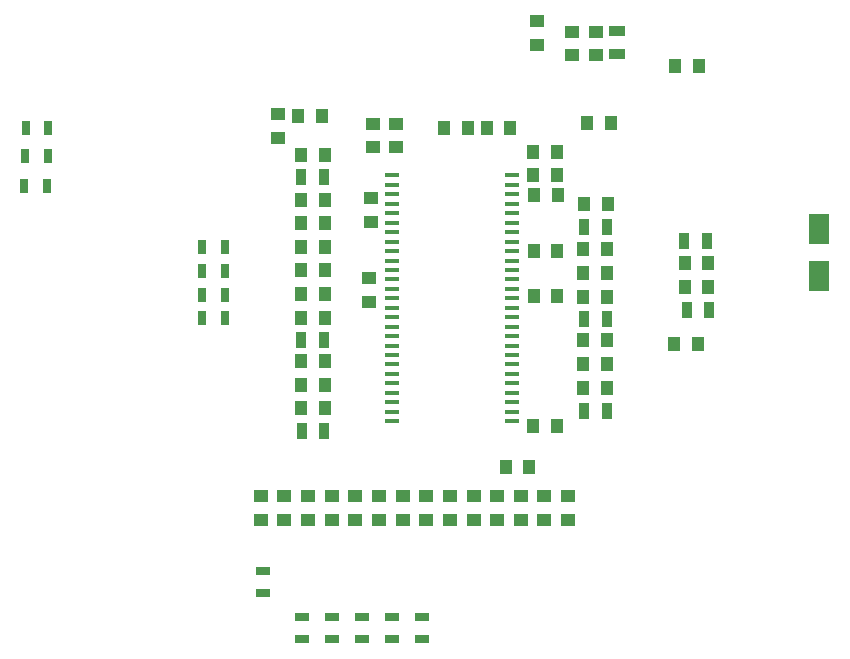
<source format=gbp>
%TF.GenerationSoftware,KiCad,Pcbnew,0.201506262353+5832~23~ubuntu14.04.1-product*%
%TF.CreationDate,2015-07-01T01:08:02-03:00*%
%TF.JobID,BoardRZA1,426F617264525A41312E6B696361645F,rev?*%
%TF.FileFunction,Paste,Bot*%
%FSLAX46Y46*%
G04 Gerber Fmt 4.6, Leading zero omitted, Abs format (unit mm)*
G04 Created by KiCad (PCBNEW 0.201506262353+5832~23~ubuntu14.04.1-product) date mié 01 jul 2015 01:08:02 ART*
%MOMM*%
G01*
G04 APERTURE LIST*
%ADD10C,0.100000*%
%ADD11R,1.800860X2.499360*%
%ADD12R,0.889000X1.397000*%
%ADD13R,1.397000X0.889000*%
%ADD14R,1.150620X0.457200*%
%ADD15R,1.000000X1.250000*%
%ADD16R,1.250000X1.000000*%
%ADD17R,1.300000X0.700000*%
%ADD18R,0.700000X1.300000*%
G04 APERTURE END LIST*
D10*
D11*
X109090460Y-53441600D03*
X109090460Y-49443640D03*
D12*
X67177500Y-45075000D03*
X65272500Y-45075000D03*
X67227500Y-66550000D03*
X65322500Y-66550000D03*
X89247500Y-64850000D03*
X91152500Y-64850000D03*
X89247500Y-57050000D03*
X91152500Y-57050000D03*
D13*
X92025000Y-32722500D03*
X92025000Y-34627500D03*
D12*
X65272500Y-58850000D03*
X67177500Y-58850000D03*
X89247500Y-49275000D03*
X91152500Y-49275000D03*
X99602500Y-50475000D03*
X97697500Y-50475000D03*
X99827500Y-56325000D03*
X97922500Y-56325000D03*
D14*
X83081000Y-44941500D03*
X83081000Y-45741600D03*
X83081000Y-46541700D03*
X83081000Y-47341800D03*
X83081000Y-48141900D03*
X83081000Y-48942000D03*
X83081000Y-49742100D03*
X83081000Y-50542200D03*
X83081000Y-51342300D03*
X83081000Y-52142400D03*
X83081000Y-52942500D03*
X83081000Y-53742600D03*
X83081000Y-54542700D03*
X83081000Y-55342800D03*
X83081000Y-56142900D03*
X83081000Y-56943000D03*
X83081000Y-57743100D03*
X83081000Y-58543200D03*
X83081000Y-59343300D03*
X83081000Y-60143400D03*
X83081000Y-60943500D03*
X83081000Y-61743600D03*
X83081000Y-62543700D03*
X83081000Y-63343800D03*
X83081000Y-64143900D03*
X83081000Y-64944000D03*
X83081000Y-65744100D03*
X72921000Y-65744100D03*
X72921000Y-64944000D03*
X72921000Y-64143900D03*
X72921000Y-63343800D03*
X72921000Y-62543700D03*
X72921000Y-61743600D03*
X72921000Y-60943500D03*
X72921000Y-60143400D03*
X72921000Y-59343300D03*
X72921000Y-58543200D03*
X72921000Y-57743100D03*
X72921000Y-56943000D03*
X72921000Y-56142900D03*
X72921000Y-55342800D03*
X72921000Y-54542700D03*
X72921000Y-53742600D03*
X72921000Y-52942500D03*
X72921000Y-52142400D03*
X72921000Y-51342300D03*
X72921000Y-50542200D03*
X72921000Y-49742100D03*
X72921000Y-48942000D03*
X72921000Y-48141900D03*
X72921000Y-47341800D03*
X72921000Y-46541700D03*
X72921000Y-45741600D03*
X72921000Y-44941500D03*
D15*
X91150000Y-58900000D03*
X89150000Y-58900000D03*
X91125000Y-55200000D03*
X89125000Y-55200000D03*
X65275000Y-62650000D03*
X67275000Y-62650000D03*
X91150000Y-62900000D03*
X89150000Y-62900000D03*
X65275000Y-43225000D03*
X67275000Y-43225000D03*
X65275000Y-48975000D03*
X67275000Y-48975000D03*
X65275000Y-52972500D03*
X67275000Y-52972500D03*
X65275000Y-60650000D03*
X67275000Y-60650000D03*
D16*
X67850000Y-72100000D03*
X67850000Y-74100000D03*
X75850000Y-72100000D03*
X75850000Y-74100000D03*
X79850000Y-72100000D03*
X79850000Y-74100000D03*
X85850000Y-72100000D03*
X85850000Y-74100000D03*
D15*
X91200000Y-47375000D03*
X89200000Y-47375000D03*
X91475000Y-40475000D03*
X89475000Y-40475000D03*
D16*
X85250000Y-33900000D03*
X85250000Y-31900000D03*
D15*
X77370000Y-40920000D03*
X79370000Y-40920000D03*
X65275000Y-50975000D03*
X67275000Y-50975000D03*
D16*
X73325000Y-40550000D03*
X73325000Y-42550000D03*
D15*
X67000000Y-39900000D03*
X65000000Y-39900000D03*
D16*
X81850000Y-72100000D03*
X81850000Y-74100000D03*
X77850000Y-72100000D03*
X77850000Y-74100000D03*
X65850000Y-72100000D03*
X65850000Y-74100000D03*
X88200000Y-34750000D03*
X88200000Y-32750000D03*
D15*
X80970000Y-40920000D03*
X82970000Y-40920000D03*
D16*
X71325000Y-40550000D03*
X71325000Y-42550000D03*
X73850000Y-72100000D03*
X73850000Y-74100000D03*
X69850000Y-72100000D03*
X69850000Y-74100000D03*
D15*
X65275000Y-56975000D03*
X67275000Y-56975000D03*
X91125000Y-51200000D03*
X89125000Y-51200000D03*
X97725000Y-52350000D03*
X99725000Y-52350000D03*
X96850000Y-59175000D03*
X98850000Y-59175000D03*
X97725000Y-54350000D03*
X99725000Y-54350000D03*
X67275000Y-64650000D03*
X65275000Y-64650000D03*
X98900000Y-35700000D03*
X96900000Y-35700000D03*
X84938500Y-51355000D03*
X86938500Y-51355000D03*
X84990000Y-46590000D03*
X86990000Y-46590000D03*
D16*
X71200000Y-48875000D03*
X71200000Y-46875000D03*
D15*
X84925000Y-44925000D03*
X86925000Y-44925000D03*
X84900000Y-66125000D03*
X86900000Y-66125000D03*
D16*
X71025000Y-53625000D03*
X71025000Y-55625000D03*
D15*
X84950000Y-55125000D03*
X86950000Y-55125000D03*
X91125000Y-53200000D03*
X89125000Y-53200000D03*
X91150000Y-60900000D03*
X89150000Y-60900000D03*
X65275000Y-46975000D03*
X67275000Y-46975000D03*
D16*
X90200000Y-34750000D03*
X90200000Y-32750000D03*
X63847000Y-72100000D03*
X63847000Y-74100000D03*
D15*
X84925000Y-42925000D03*
X86925000Y-42925000D03*
D16*
X87850000Y-72100000D03*
X87850000Y-74100000D03*
X61844000Y-72100000D03*
X61844000Y-74100000D03*
X71850000Y-72100000D03*
X71850000Y-74100000D03*
D15*
X65275000Y-54975000D03*
X67275000Y-54975000D03*
D17*
X75501500Y-84198500D03*
X75501500Y-82298500D03*
X70421500Y-84198500D03*
X70421500Y-82298500D03*
X65341500Y-84198500D03*
X65341500Y-82298500D03*
X72961500Y-84198500D03*
X72961500Y-82298500D03*
X67881500Y-84198500D03*
X67881500Y-82298500D03*
D18*
X56875000Y-57025000D03*
X58775000Y-57025000D03*
X56875000Y-55025000D03*
X58775000Y-55025000D03*
X56875000Y-53025000D03*
X58775000Y-53025000D03*
X56875000Y-51025000D03*
X58775000Y-51025000D03*
X41950600Y-40944800D03*
X43850600Y-40944800D03*
X41899800Y-43307000D03*
X43799800Y-43307000D03*
X41823600Y-45796200D03*
X43723600Y-45796200D03*
D17*
X62000000Y-78425000D03*
X62000000Y-80325000D03*
D16*
X83850000Y-72100000D03*
X83850000Y-74100000D03*
X63325000Y-41775000D03*
X63325000Y-39775000D03*
D15*
X84575000Y-69625000D03*
X82575000Y-69625000D03*
M02*

</source>
